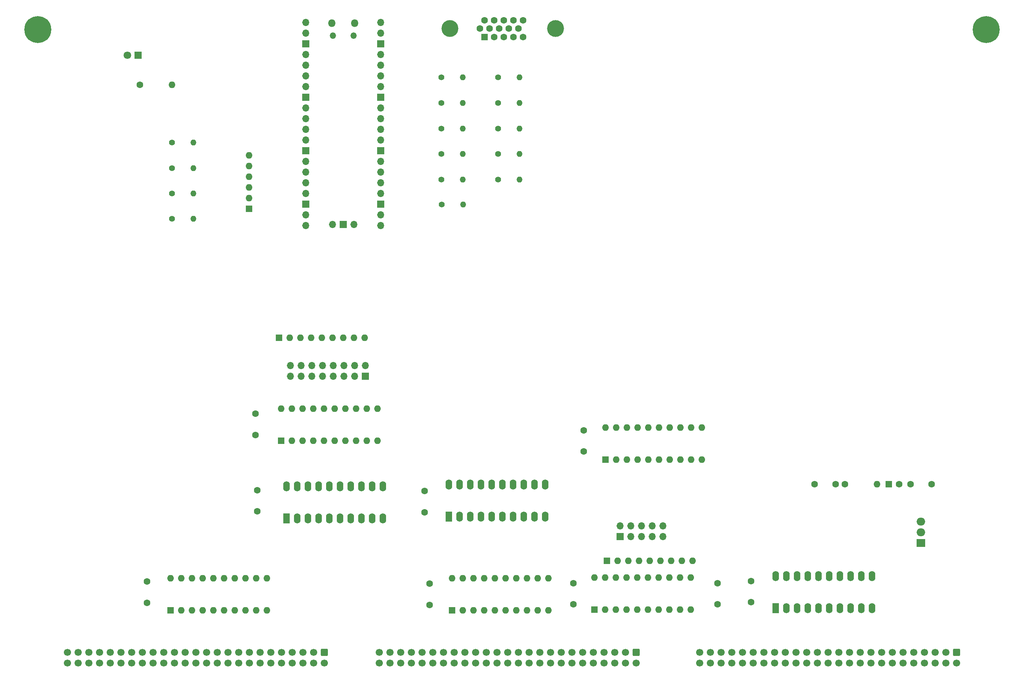
<source format=gbr>
%TF.GenerationSoftware,KiCad,Pcbnew,7.0.1*%
%TF.CreationDate,2024-12-08T14:30:23-06:00*%
%TF.ProjectId,input-output.MappedVideo,696e7075-742d-46f7-9574-7075742e4d61,V0.8*%
%TF.SameCoordinates,Original*%
%TF.FileFunction,Soldermask,Bot*%
%TF.FilePolarity,Negative*%
%FSLAX46Y46*%
G04 Gerber Fmt 4.6, Leading zero omitted, Abs format (unit mm)*
G04 Created by KiCad (PCBNEW 7.0.1) date 2024-12-08 14:30:23*
%MOMM*%
%LPD*%
G01*
G04 APERTURE LIST*
G04 Aperture macros list*
%AMRoundRect*
0 Rectangle with rounded corners*
0 $1 Rounding radius*
0 $2 $3 $4 $5 $6 $7 $8 $9 X,Y pos of 4 corners*
0 Add a 4 corners polygon primitive as box body*
4,1,4,$2,$3,$4,$5,$6,$7,$8,$9,$2,$3,0*
0 Add four circle primitives for the rounded corners*
1,1,$1+$1,$2,$3*
1,1,$1+$1,$4,$5*
1,1,$1+$1,$6,$7*
1,1,$1+$1,$8,$9*
0 Add four rect primitives between the rounded corners*
20,1,$1+$1,$2,$3,$4,$5,0*
20,1,$1+$1,$4,$5,$6,$7,0*
20,1,$1+$1,$6,$7,$8,$9,0*
20,1,$1+$1,$8,$9,$2,$3,0*%
G04 Aperture macros list end*
%ADD10C,1.600000*%
%ADD11R,1.600000X1.600000*%
%ADD12O,1.600000X1.600000*%
%ADD13R,2.000000X1.905000*%
%ADD14O,2.000000X1.905000*%
%ADD15R,1.600000X2.400000*%
%ADD16O,1.600000X2.400000*%
%ADD17O,1.800000X1.800000*%
%ADD18O,1.500000X1.500000*%
%ADD19O,1.700000X1.700000*%
%ADD20R,1.700000X1.700000*%
%ADD21C,1.400000*%
%ADD22O,1.400000X1.400000*%
%ADD23C,4.000000*%
%ADD24C,6.400000*%
%ADD25RoundRect,0.250000X-0.600000X0.600000X-0.600000X-0.600000X0.600000X-0.600000X0.600000X0.600000X0*%
%ADD26C,1.700000*%
%ADD27R,1.800000X1.800000*%
%ADD28C,1.800000*%
G04 APERTURE END LIST*
D10*
%TO.C,C12*%
X65861000Y-211164000D03*
X65861000Y-206164000D03*
%TD*%
D11*
%TO.C,U8*%
X97738000Y-172723000D03*
D12*
X100278000Y-172723000D03*
X102818000Y-172723000D03*
X105358000Y-172723000D03*
X107898000Y-172723000D03*
X110438000Y-172723000D03*
X112978000Y-172723000D03*
X115518000Y-172723000D03*
X118058000Y-172723000D03*
X120598000Y-172723000D03*
X120598000Y-165103000D03*
X118058000Y-165103000D03*
X115518000Y-165103000D03*
X112978000Y-165103000D03*
X110438000Y-165103000D03*
X107898000Y-165103000D03*
X105358000Y-165103000D03*
X102818000Y-165103000D03*
X100278000Y-165103000D03*
X97738000Y-165103000D03*
%TD*%
D13*
%TO.C,U6*%
X249503000Y-196980000D03*
D14*
X249503000Y-194440000D03*
X249503000Y-191900000D03*
%TD*%
D15*
%TO.C,U5*%
X99008000Y-191138000D03*
D16*
X101548000Y-191138000D03*
X104088000Y-191138000D03*
X106628000Y-191138000D03*
X109168000Y-191138000D03*
X111708000Y-191138000D03*
X114248000Y-191138000D03*
X116788000Y-191138000D03*
X119328000Y-191138000D03*
X121868000Y-191138000D03*
X121868000Y-183518000D03*
X119328000Y-183518000D03*
X116788000Y-183518000D03*
X114248000Y-183518000D03*
X111708000Y-183518000D03*
X109168000Y-183518000D03*
X106628000Y-183518000D03*
X104088000Y-183518000D03*
X101548000Y-183518000D03*
X99008000Y-183518000D03*
%TD*%
D15*
%TO.C,U4*%
X137489000Y-190757000D03*
D16*
X140029000Y-190757000D03*
X142569000Y-190757000D03*
X145109000Y-190757000D03*
X147649000Y-190757000D03*
X150189000Y-190757000D03*
X152729000Y-190757000D03*
X155269000Y-190757000D03*
X157809000Y-190757000D03*
X160349000Y-190757000D03*
X160349000Y-183137000D03*
X157809000Y-183137000D03*
X155269000Y-183137000D03*
X152729000Y-183137000D03*
X150189000Y-183137000D03*
X147649000Y-183137000D03*
X145109000Y-183137000D03*
X142569000Y-183137000D03*
X140029000Y-183137000D03*
X137489000Y-183137000D03*
%TD*%
D17*
%TO.C,U3*%
X109745000Y-73412000D03*
D18*
X110045000Y-76442000D03*
X114895000Y-76442000D03*
D17*
X115195000Y-73412000D03*
D19*
X103580000Y-73282000D03*
X103580000Y-75822000D03*
D20*
X103580000Y-78362000D03*
D19*
X103580000Y-80902000D03*
X103580000Y-83442000D03*
X103580000Y-85982000D03*
X103580000Y-88522000D03*
D20*
X103580000Y-91062000D03*
D19*
X103580000Y-93602000D03*
X103580000Y-96142000D03*
X103580000Y-98682000D03*
X103580000Y-101222000D03*
D20*
X103580000Y-103762000D03*
D19*
X103580000Y-106302000D03*
X103580000Y-108842000D03*
X103580000Y-111382000D03*
X103580000Y-113922000D03*
D20*
X103580000Y-116462000D03*
D19*
X103580000Y-119002000D03*
X103580000Y-121542000D03*
X121360000Y-121542000D03*
X121360000Y-119002000D03*
D20*
X121360000Y-116462000D03*
D19*
X121360000Y-113922000D03*
X121360000Y-111382000D03*
X121360000Y-108842000D03*
X121360000Y-106302000D03*
D20*
X121360000Y-103762000D03*
D19*
X121360000Y-101222000D03*
X121360000Y-98682000D03*
X121360000Y-96142000D03*
X121360000Y-93602000D03*
D20*
X121360000Y-91062000D03*
D19*
X121360000Y-88522000D03*
X121360000Y-85982000D03*
X121360000Y-83442000D03*
X121360000Y-80902000D03*
D20*
X121360000Y-78362000D03*
D19*
X121360000Y-75822000D03*
X121360000Y-73282000D03*
X109930000Y-121312000D03*
D20*
X112470000Y-121312000D03*
D19*
X115010000Y-121312000D03*
%TD*%
D15*
%TO.C,U2*%
X215086000Y-212474000D03*
D16*
X217626000Y-212474000D03*
X220166000Y-212474000D03*
X222706000Y-212474000D03*
X225246000Y-212474000D03*
X227786000Y-212474000D03*
X230326000Y-212474000D03*
X232866000Y-212474000D03*
X235406000Y-212474000D03*
X237946000Y-212474000D03*
X237946000Y-204854000D03*
X235406000Y-204854000D03*
X232866000Y-204854000D03*
X230326000Y-204854000D03*
X227786000Y-204854000D03*
X225246000Y-204854000D03*
X222706000Y-204854000D03*
X220166000Y-204854000D03*
X217626000Y-204854000D03*
X215086000Y-204854000D03*
%TD*%
D11*
%TO.C,U1*%
X174700000Y-177168000D03*
D12*
X177240000Y-177168000D03*
X179780000Y-177168000D03*
X182320000Y-177168000D03*
X184860000Y-177168000D03*
X187400000Y-177168000D03*
X189940000Y-177168000D03*
X192480000Y-177168000D03*
X195020000Y-177168000D03*
X197560000Y-177168000D03*
X197560000Y-169548000D03*
X195020000Y-169548000D03*
X192480000Y-169548000D03*
X189940000Y-169548000D03*
X187400000Y-169548000D03*
X184860000Y-169548000D03*
X182320000Y-169548000D03*
X179780000Y-169548000D03*
X177240000Y-169548000D03*
X174700000Y-169548000D03*
%TD*%
D11*
%TO.C,RN3*%
X97230000Y-148212000D03*
D12*
X99770000Y-148212000D03*
X102310000Y-148212000D03*
X104850000Y-148212000D03*
X107390000Y-148212000D03*
X109930000Y-148212000D03*
X112470000Y-148212000D03*
X115010000Y-148212000D03*
X117550000Y-148212000D03*
%TD*%
D11*
%TO.C,RN2*%
X90118000Y-117605000D03*
D12*
X90118000Y-115065000D03*
X90118000Y-112525000D03*
X90118000Y-109985000D03*
X90118000Y-107445000D03*
X90118000Y-104905000D03*
%TD*%
D21*
%TO.C,R16*%
X71830000Y-119937100D03*
D22*
X76910000Y-119937100D03*
%TD*%
D21*
%TO.C,R15*%
X149173000Y-86363000D03*
D22*
X154253000Y-86363000D03*
%TD*%
D21*
%TO.C,R14*%
X149173000Y-92427200D03*
D22*
X154253000Y-92427200D03*
%TD*%
D21*
%TO.C,R13*%
X149173000Y-98491500D03*
D22*
X154253000Y-98491500D03*
%TD*%
D21*
%TO.C,R12*%
X149173000Y-104555700D03*
D22*
X154253000Y-104555700D03*
%TD*%
%TO.C,R11*%
X154253000Y-110620000D03*
D21*
X149173000Y-110620000D03*
%TD*%
%TO.C,R10*%
X135838000Y-116589000D03*
D22*
X140918000Y-116589000D03*
%TD*%
D21*
%TO.C,R9*%
X135711000Y-110620000D03*
D22*
X140791000Y-110620000D03*
%TD*%
D21*
%TO.C,R8*%
X135711000Y-104555700D03*
D22*
X140791000Y-104555700D03*
%TD*%
D21*
%TO.C,R7*%
X135711000Y-98491500D03*
D22*
X140791000Y-98491500D03*
%TD*%
D21*
%TO.C,R6*%
X135711000Y-92427200D03*
D22*
X140791000Y-92427200D03*
%TD*%
D21*
%TO.C,R5*%
X135711000Y-86363000D03*
D22*
X140791000Y-86363000D03*
%TD*%
D21*
%TO.C,R4*%
X71830000Y-101857000D03*
D22*
X76910000Y-101857000D03*
%TD*%
%TO.C,R3*%
X76910000Y-107883700D03*
D21*
X71830000Y-107883700D03*
%TD*%
D22*
%TO.C,R2*%
X76910000Y-113910400D03*
D21*
X71830000Y-113910400D03*
%TD*%
D20*
%TO.C,J2*%
X117677000Y-157356000D03*
D19*
X117677000Y-154816000D03*
X115137000Y-157356000D03*
X115137000Y-154816000D03*
X112597000Y-157356000D03*
X112597000Y-154816000D03*
X110057000Y-157356000D03*
X110057000Y-154816000D03*
X107517000Y-157356000D03*
X107517000Y-154816000D03*
X104977000Y-157356000D03*
X104977000Y-154816000D03*
X102437000Y-157356000D03*
X102437000Y-154816000D03*
X99897000Y-157356000D03*
X99897000Y-154816000D03*
%TD*%
D23*
%TO.C,J1*%
X137813000Y-74684000D03*
X162813000Y-74684000D03*
D11*
X145998000Y-76734000D03*
D10*
X148288000Y-76734000D03*
X150578000Y-76734000D03*
X152868000Y-76734000D03*
X155158000Y-76734000D03*
X144853000Y-74754000D03*
X147143000Y-74754000D03*
X149433000Y-74754000D03*
X151723000Y-74754000D03*
X154013000Y-74754000D03*
X145998000Y-72774000D03*
X148288000Y-72774000D03*
X150578000Y-72774000D03*
X152868000Y-72774000D03*
X155158000Y-72774000D03*
%TD*%
D24*
%TO.C,H2*%
X265000000Y-75000000D03*
%TD*%
%TO.C,H1*%
X40000000Y-75000000D03*
%TD*%
D25*
%TO.C,P2*%
X182000000Y-223000000D03*
D26*
X182000000Y-225540000D03*
X179460000Y-223000000D03*
X179460000Y-225540000D03*
X176920000Y-223000000D03*
X176920000Y-225540000D03*
X174380000Y-223000000D03*
X174380000Y-225540000D03*
X171840000Y-223000000D03*
X171840000Y-225540000D03*
X169300000Y-223000000D03*
X169300000Y-225540000D03*
X166760000Y-223000000D03*
X166760000Y-225540000D03*
X164220000Y-223000000D03*
X164220000Y-225540000D03*
X161680000Y-223000000D03*
X161680000Y-225540000D03*
X159140000Y-223000000D03*
X159140000Y-225540000D03*
X156600000Y-223000000D03*
X156600000Y-225540000D03*
X154060000Y-223000000D03*
X154060000Y-225540000D03*
X151520000Y-223000000D03*
X151520000Y-225540000D03*
X148980000Y-223000000D03*
X148980000Y-225540000D03*
X146440000Y-223000000D03*
X146440000Y-225540000D03*
X143900000Y-223000000D03*
X143900000Y-225540000D03*
X141360000Y-223000000D03*
X141360000Y-225540000D03*
X138820000Y-223000000D03*
X138820000Y-225540000D03*
X136280000Y-223000000D03*
X136280000Y-225540000D03*
X133740000Y-223000000D03*
X133740000Y-225540000D03*
X131200000Y-223000000D03*
X131200000Y-225540000D03*
X128660000Y-223000000D03*
X128660000Y-225540000D03*
X126120000Y-223000000D03*
X126120000Y-225540000D03*
X123580000Y-223000000D03*
X123580000Y-225540000D03*
X121040000Y-223000000D03*
X121040000Y-225540000D03*
%TD*%
D25*
%TO.C,P3*%
X258000000Y-223000000D03*
D26*
X258000000Y-225540000D03*
X255460000Y-223000000D03*
X255460000Y-225540000D03*
X252920000Y-223000000D03*
X252920000Y-225540000D03*
X250380000Y-223000000D03*
X250380000Y-225540000D03*
X247840000Y-223000000D03*
X247840000Y-225540000D03*
X245300000Y-223000000D03*
X245300000Y-225540000D03*
X242760000Y-223000000D03*
X242760000Y-225540000D03*
X240220000Y-223000000D03*
X240220000Y-225540000D03*
X237680000Y-223000000D03*
X237680000Y-225540000D03*
X235140000Y-223000000D03*
X235140000Y-225540000D03*
X232600000Y-223000000D03*
X232600000Y-225540000D03*
X230060000Y-223000000D03*
X230060000Y-225540000D03*
X227520000Y-223000000D03*
X227520000Y-225540000D03*
X224980000Y-223000000D03*
X224980000Y-225540000D03*
X222440000Y-223000000D03*
X222440000Y-225540000D03*
X219900000Y-223000000D03*
X219900000Y-225540000D03*
X217360000Y-223000000D03*
X217360000Y-225540000D03*
X214820000Y-223000000D03*
X214820000Y-225540000D03*
X212280000Y-223000000D03*
X212280000Y-225540000D03*
X209740000Y-223000000D03*
X209740000Y-225540000D03*
X207200000Y-223000000D03*
X207200000Y-225540000D03*
X204660000Y-223000000D03*
X204660000Y-225540000D03*
X202120000Y-223000000D03*
X202120000Y-225540000D03*
X199580000Y-223000000D03*
X199580000Y-225540000D03*
X197040000Y-223000000D03*
X197040000Y-225540000D03*
%TD*%
D25*
%TO.C,P1*%
X108000000Y-223000000D03*
D26*
X108000000Y-225540000D03*
X105460000Y-223000000D03*
X105460000Y-225540000D03*
X102920000Y-223000000D03*
X102920000Y-225540000D03*
X100380000Y-223000000D03*
X100380000Y-225540000D03*
X97840000Y-223000000D03*
X97840000Y-225540000D03*
X95300000Y-223000000D03*
X95300000Y-225540000D03*
X92760000Y-223000000D03*
X92760000Y-225540000D03*
X90220000Y-223000000D03*
X90220000Y-225540000D03*
X87680000Y-223000000D03*
X87680000Y-225540000D03*
X85140000Y-223000000D03*
X85140000Y-225540000D03*
X82600000Y-223000000D03*
X82600000Y-225540000D03*
X80060000Y-223000000D03*
X80060000Y-225540000D03*
X77520000Y-223000000D03*
X77520000Y-225540000D03*
X74980000Y-223000000D03*
X74980000Y-225540000D03*
X72440000Y-223000000D03*
X72440000Y-225540000D03*
X69900000Y-223000000D03*
X69900000Y-225540000D03*
X67360000Y-223000000D03*
X67360000Y-225540000D03*
X64820000Y-223000000D03*
X64820000Y-225540000D03*
X62280000Y-223000000D03*
X62280000Y-225540000D03*
X59740000Y-223000000D03*
X59740000Y-225540000D03*
X57200000Y-223000000D03*
X57200000Y-225540000D03*
X54660000Y-223000000D03*
X54660000Y-225540000D03*
X52120000Y-223000000D03*
X52120000Y-225540000D03*
X49580000Y-223000000D03*
X49580000Y-225540000D03*
X47040000Y-223000000D03*
X47040000Y-225540000D03*
%TD*%
D20*
%TO.C,SW1*%
X178125000Y-195475000D03*
D19*
X178125000Y-192935000D03*
X180665000Y-195475000D03*
X180665000Y-192935000D03*
X183205000Y-195475000D03*
X183205000Y-192935000D03*
X185745000Y-195475000D03*
X185745000Y-192935000D03*
X188285000Y-195475000D03*
X188285000Y-192935000D03*
%TD*%
D10*
%TO.C,C5*%
X91642000Y-166286000D03*
X91642000Y-171286000D03*
%TD*%
D27*
%TO.C,D1*%
X63770000Y-81100000D03*
D28*
X61230000Y-81100000D03*
%TD*%
D10*
%TO.C,C48*%
X252100000Y-183000000D03*
X247100000Y-183000000D03*
%TD*%
%TO.C,C2*%
X131774000Y-184661000D03*
X131774000Y-189661000D03*
%TD*%
%TO.C,C6*%
X167080000Y-206545000D03*
X167080000Y-211545000D03*
%TD*%
%TO.C,C9*%
X209244000Y-206037000D03*
X209244000Y-211037000D03*
%TD*%
D11*
%TO.C,RN1*%
X175025000Y-201200000D03*
D12*
X177565000Y-201200000D03*
X180105000Y-201200000D03*
X182645000Y-201200000D03*
X185185000Y-201200000D03*
X187725000Y-201200000D03*
X190265000Y-201200000D03*
X192805000Y-201200000D03*
X195345000Y-201200000D03*
%TD*%
D10*
%TO.C,L3*%
X231540000Y-183000000D03*
D12*
X239160000Y-183000000D03*
%TD*%
D11*
%TO.C,U15*%
X71500000Y-213000000D03*
D12*
X74040000Y-213000000D03*
X76580000Y-213000000D03*
X79120000Y-213000000D03*
X81660000Y-213000000D03*
X84200000Y-213000000D03*
X86740000Y-213000000D03*
X89280000Y-213000000D03*
X91820000Y-213000000D03*
X94360000Y-213000000D03*
X94360000Y-205380000D03*
X91820000Y-205380000D03*
X89280000Y-205380000D03*
X86740000Y-205380000D03*
X84200000Y-205380000D03*
X81660000Y-205380000D03*
X79120000Y-205380000D03*
X76580000Y-205380000D03*
X74040000Y-205380000D03*
X71500000Y-205380000D03*
%TD*%
D10*
%TO.C,C7*%
X169493000Y-170263000D03*
X169493000Y-175263000D03*
%TD*%
%TO.C,C10*%
X201243000Y-206545000D03*
X201243000Y-211545000D03*
%TD*%
%TO.C,R1*%
X64210000Y-88120000D03*
D12*
X71830000Y-88120000D03*
%TD*%
D11*
%TO.C,U21*%
X172075000Y-212800000D03*
D12*
X174615000Y-212800000D03*
X177155000Y-212800000D03*
X179695000Y-212800000D03*
X182235000Y-212800000D03*
X184775000Y-212800000D03*
X187315000Y-212800000D03*
X189855000Y-212800000D03*
X192395000Y-212800000D03*
X194935000Y-212800000D03*
X194935000Y-205180000D03*
X192395000Y-205180000D03*
X189855000Y-205180000D03*
X187315000Y-205180000D03*
X184775000Y-205180000D03*
X182235000Y-205180000D03*
X179695000Y-205180000D03*
X177155000Y-205180000D03*
X174615000Y-205180000D03*
X172075000Y-205180000D03*
%TD*%
D10*
%TO.C,C3*%
X132917000Y-206672000D03*
X132917000Y-211672000D03*
%TD*%
%TO.C,C29*%
X224300000Y-183000000D03*
X229300000Y-183000000D03*
%TD*%
D11*
%TO.C,C13*%
X241884700Y-183000000D03*
D10*
X244384700Y-183000000D03*
%TD*%
%TO.C,C11*%
X92023000Y-184487000D03*
X92023000Y-189487000D03*
%TD*%
D11*
%TO.C,U13*%
X138250000Y-213000000D03*
D12*
X140790000Y-213000000D03*
X143330000Y-213000000D03*
X145870000Y-213000000D03*
X148410000Y-213000000D03*
X150950000Y-213000000D03*
X153490000Y-213000000D03*
X156030000Y-213000000D03*
X158570000Y-213000000D03*
X161110000Y-213000000D03*
X161110000Y-205380000D03*
X158570000Y-205380000D03*
X156030000Y-205380000D03*
X153490000Y-205380000D03*
X150950000Y-205380000D03*
X148410000Y-205380000D03*
X145870000Y-205380000D03*
X143330000Y-205380000D03*
X140790000Y-205380000D03*
X138250000Y-205380000D03*
%TD*%
M02*

</source>
